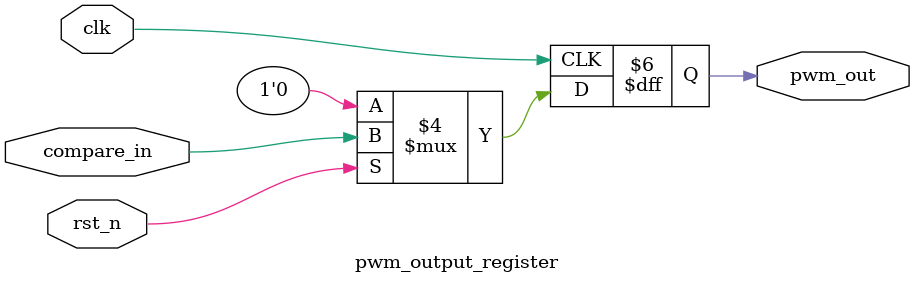
<source format=sv>
module pwm_div #(
    parameter HIGH = 3,
    parameter LOW = 5
)(
    input  wire clk,
    input  wire rst_n,
    output wire out
);
    // Internal signals
    wire [7:0] cnt_value;
    wire       compare_result;

    // Counter module instance
    pwm_counter #(
        .HIGH(HIGH),
        .LOW(LOW)
    ) counter_inst (
        .clk            (clk),
        .rst_n          (rst_n),
        .cnt_out        (cnt_value)
    );

    // Comparator module instance
    pwm_comparator #(
        .HIGH(HIGH)
    ) comparator_inst (
        .clk            (clk),
        .rst_n          (rst_n),
        .cnt_in         (cnt_value),
        .compare_out    (compare_result)
    );

    // Output register module instance
    pwm_output_register output_inst (
        .clk            (clk),
        .rst_n          (rst_n),
        .compare_in     (compare_result),
        .pwm_out        (out)
    );
endmodule

// Counter module - handles cycle counting with Manchester carry chain adder
module pwm_counter #(
    parameter HIGH = 3,
    parameter LOW = 5
)(
    input  wire       clk,
    input  wire       rst_n,
    output reg  [7:0] cnt_out
);
    // Local parameter for total period
    localparam PERIOD = HIGH + LOW;
    
    // Manchester carry chain adder signals
    wire [7:0] sum;
    wire [7:0] p; // Propagate signals
    wire [7:0] g; // Generate signals
    wire [8:0] c; // Carry signals (including carry-in)
    
    // Generate and propagate signals for Manchester carry chain
    assign p = cnt_out; // Propagate when input bit is 1
    assign g = 8'b0;    // No generate signals for increment
    assign c[0] = 1'b1; // Carry-in for increment operation
    
    // Manchester carry chain implementation
    assign c[1] = g[0] | (p[0] & c[0]);
    assign c[2] = g[1] | (p[1] & c[1]);
    assign c[3] = g[2] | (p[2] & c[2]);
    assign c[4] = g[3] | (p[3] & c[3]);
    assign c[5] = g[4] | (p[4] & c[4]);
    assign c[6] = g[5] | (p[5] & c[5]);
    assign c[7] = g[6] | (p[6] & c[6]);
    assign c[8] = g[7] | (p[7] & c[7]);
    
    // Sum calculation
    assign sum[0] = p[0] ^ c[0];
    assign sum[1] = p[1] ^ c[1];
    assign sum[2] = p[2] ^ c[2];
    assign sum[3] = p[3] ^ c[3];
    assign sum[4] = p[4] ^ c[4];
    assign sum[5] = p[5] ^ c[5];
    assign sum[6] = p[6] ^ c[6];
    assign sum[7] = p[7] ^ c[7];
    
    // Counter update logic
    always @(posedge clk) begin
        if (!rst_n) begin
            cnt_out <= 8'd0;
        end else begin
            cnt_out <= (cnt_out == PERIOD-1) ? 8'd0 : sum;
        end
    end
endmodule

// Comparator module - compares counter value with HIGH parameter
module pwm_comparator #(
    parameter HIGH = 3
)(
    input  wire       clk,
    input  wire       rst_n,
    input  wire [7:0] cnt_in,
    output reg        compare_out
);
    // Buffered counter values to reduce fan-out
    reg [7:0] cnt_buf;
    
    always @(posedge clk) begin
        if (!rst_n) begin
            cnt_buf <= 8'd0;
            compare_out <= 1'b0;
        end else begin
            // Buffer the counter value
            cnt_buf <= cnt_in;
            
            // Pre-compute comparison result using buffered value
            compare_out <= (cnt_buf < HIGH);
        end
    end
endmodule

// Output register module - registers the final PWM output
module pwm_output_register (
    input  wire clk,
    input  wire rst_n,
    input  wire compare_in,
    output reg  pwm_out
);
    always @(posedge clk) begin
        if (!rst_n) begin
            pwm_out <= 1'b0;
        end else begin
            pwm_out <= compare_in;
        end
    end
endmodule
</source>
